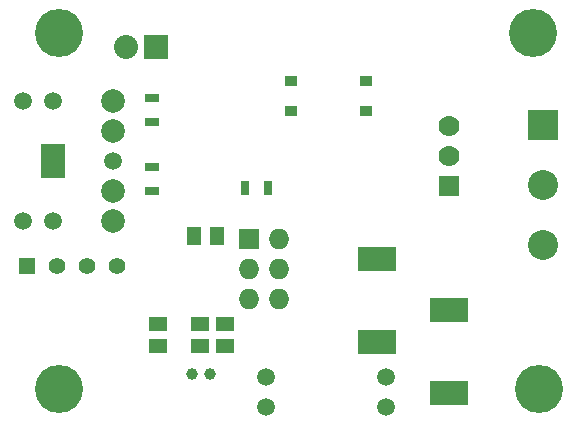
<source format=gbs>
G04 #@! TF.FileFunction,Soldermask,Bot*
%FSLAX46Y46*%
G04 Gerber Fmt 4.6, Leading zero omitted, Abs format (unit mm)*
G04 Created by KiCad (PCBNEW (after 2015-mar-04 BZR unknown)-product) date Wed 10 Jun 2015 04:01:36 PM EDT*
%MOMM*%
G01*
G04 APERTURE LIST*
%ADD10C,0.150000*%
%ADD11R,1.727200X1.727200*%
%ADD12O,1.727200X1.727200*%
%ADD13R,1.300480X1.498600*%
%ADD14R,1.498600X1.300480*%
%ADD15R,2.540000X2.540000*%
%ADD16C,2.540000*%
%ADD17R,2.000000X3.000000*%
%ADD18C,2.000000*%
%ADD19C,1.500000*%
%ADD20R,1.397000X1.397000*%
%ADD21C,1.397000*%
%ADD22R,1.198880X0.800100*%
%ADD23R,0.800100X1.198880*%
%ADD24R,3.200400X1.998980*%
%ADD25R,1.140000X0.910000*%
%ADD26C,1.778000*%
%ADD27R,1.778000X1.778000*%
%ADD28C,1.000760*%
%ADD29R,2.032000X2.032000*%
%ADD30O,2.032000X2.032000*%
%ADD31C,4.064000*%
G04 APERTURE END LIST*
D10*
D11*
X103759000Y-166370000D03*
D12*
X103759000Y-168910000D03*
X103759000Y-171450000D03*
X106299000Y-171450000D03*
X106299000Y-168910000D03*
X106299000Y-166370000D03*
D13*
X99123500Y-166116000D03*
X101028500Y-166116000D03*
D14*
X96012000Y-173545500D03*
X96012000Y-175450500D03*
X99568000Y-173545500D03*
X99568000Y-175450500D03*
X101727000Y-173545500D03*
X101727000Y-175450500D03*
D15*
X128651000Y-156718000D03*
D16*
X128651000Y-161798000D03*
X128651000Y-166878000D03*
D17*
X87122000Y-159766000D03*
D18*
X92202000Y-157226000D03*
X92202000Y-154686000D03*
X92202000Y-162306000D03*
X92202000Y-164846000D03*
D19*
X84582000Y-154686000D03*
X84582000Y-164846000D03*
X87122000Y-164846000D03*
X87122000Y-154686000D03*
X92202000Y-159766000D03*
D20*
X84963000Y-168656000D03*
D21*
X87503000Y-168656000D03*
X90043000Y-168656000D03*
X92583000Y-168656000D03*
D22*
X95504000Y-154447240D03*
X95504000Y-156448760D03*
X95504000Y-160289240D03*
X95504000Y-162290760D03*
D23*
X105394760Y-162052000D03*
X103393240Y-162052000D03*
D24*
X120650000Y-172394880D03*
X120650000Y-179395120D03*
X114554000Y-168076880D03*
X114554000Y-175077120D03*
D25*
X107315000Y-155575000D03*
X107315000Y-153035000D03*
X113665000Y-155575000D03*
X113665000Y-153035000D03*
D26*
X120650000Y-156845000D03*
X120650000Y-159385000D03*
D27*
X120650000Y-161925000D03*
D19*
X105156000Y-180594000D03*
X105156000Y-178054000D03*
X115316000Y-178054000D03*
X115316000Y-180594000D03*
D28*
X98945700Y-177800000D03*
X100444300Y-177800000D03*
D29*
X95885000Y-150114000D03*
D30*
X93345000Y-150114000D03*
D31*
X87630000Y-148971000D03*
X128270000Y-179070000D03*
X87630000Y-179070000D03*
X127762000Y-148971000D03*
M02*

</source>
